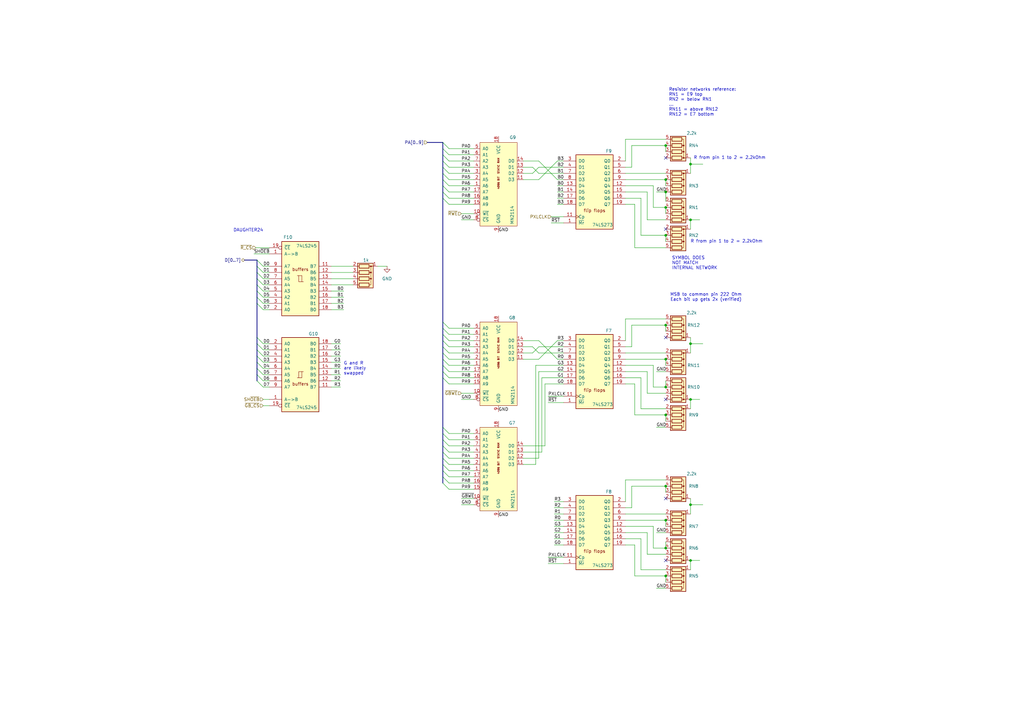
<source format=kicad_sch>
(kicad_sch (version 20231120) (generator "eeschema") (generator_version "8.0")
  (paper "A3")
  (title_block (title "Color Palette") (date "2024-10-12") (company "JOTEGO") (comment 1 "Jose Tejada"))
  (lib_symbols
    (symbol "Device:R_Network04" (pin_names (offset 0) hide)
      (property "Reference" "RN" (at -7.62 0 90))
      (property "Value" "R_Network04" (at 5.08 0 90))
      (symbol "R_Network04_0_1"
        (rectangle (start -6.35 -3.175) (end 3.81 3.175) (stroke (width 0.254)) (fill (type background)))
        (rectangle (start -5.842 1.524) (end -4.318 -2.54) (stroke (width 0.254)))
        (circle (center -5.08 2.286) (radius 0.254) (fill (type outline)))
        (rectangle (start -3.302 1.524) (end -1.778 -2.54) (stroke (width 0.254)))
        (circle (center -2.54 2.286) (radius 0.254) (fill (type outline)))
        (rectangle (start -0.762 1.524) (end 0.762 -2.54) (stroke (width 0.254)))
        (polyline (pts (xy -5.08 -2.54) (xy -5.08 -3.81)))
        (polyline (pts (xy -2.54 -2.54) (xy -2.54 -3.81)))
        (polyline (pts (xy 0 -2.54) (xy 0 -3.81)))
        (polyline (pts (xy 2.54 -2.54) (xy 2.54 -3.81)))
        (polyline (pts (xy -5.08 1.524) (xy -5.08 2.286) (xy -2.54 2.286) (xy -2.54 1.524)))
        (polyline (pts (xy -2.54 1.524) (xy -2.54 2.286) (xy 0 2.286) (xy 0 1.524)))
        (polyline (pts (xy 0 1.524) (xy 0 2.286) (xy 2.54 2.286) (xy 2.54 1.524)))
        (circle (center 0 2.286) (radius 0.254) (fill (type outline)))
        (rectangle (start 1.778 1.524) (end 3.302 -2.54) (stroke (width 0.254)))
      )
      (symbol "R_Network04_1_1"
        (pin passive line (at -5.08 5.08 270) (length 2.54) (name "common") (number "1"))
        (pin passive line (at -5.08 -5.08 90) (length 1.27) (name "R1") (number "2"))
        (pin passive line (at -2.54 -5.08 90) (length 1.27) (name "R2") (number "3"))
        (pin passive line (at 0 -5.08 90) (length 1.27) (name "R3") (number "4"))
        (pin passive line (at 2.54 -5.08 90) (length 1.27) (name "R4") (number "5"))
      )
    )
    (symbol "arcade:MN2114" (pin_names (offset 1.016))
      (property "Reference" "U" (at 6.858 12.7 0))
      (property "Value" "MN2114" (at 2.286 -12.7 0))
      (symbol "MN2114_0_1"
        (rectangle (start -7.62 11.43) (end 7.62 -22.86) (fill (type background)))
      )
      (symbol "MN2114_1_0"
        (text "4096 BIT  STATIC RAM" (at 0 -1.27 900) (effects (font (size 0.762 0.762))))
      )
      (symbol "MN2114_1_1"
        (pin input line (at -10.16 -6.35 0) (length 2.54) (name "A6") (number "1"))
        (pin input inverted (at -10.16 -17.78 0) (length 2.54) (name "~{WE}") (number "10"))
        (pin bidirectional line (at 10.16 -3.81 180) (length 2.54) (name "D3") (number "11"))
        (pin bidirectional line (at 10.16 -1.27 180) (length 2.54) (name "D2") (number "12"))
        (pin bidirectional line (at 10.16 1.27 180) (length 2.54) (name "D1") (number "13"))
        (pin bidirectional line (at 10.16 3.81 180) (length 2.54) (name "D0") (number "14"))
        (pin input line (at -10.16 -13.97 0) (length 2.54) (name "A9") (number "15"))
        (pin input line (at -10.16 -11.43 0) (length 2.54) (name "A8") (number "16"))
        (pin input line (at -10.16 -8.89 0) (length 2.54) (name "A7") (number "17"))
        (pin power_in line (at 0 13.97 270) (length 2.54) (name "VCC") (number "18"))
        (pin input line (at -10.16 -3.81 0) (length 2.54) (name "A5") (number "2"))
        (pin input line (at -10.16 -1.27 0) (length 2.54) (name "A4") (number "3"))
        (pin input line (at -10.16 1.27 0) (length 2.54) (name "A3") (number "4"))
        (pin input line (at -10.16 8.89 0) (length 2.54) (name "A0") (number "5"))
        (pin input line (at -10.16 6.35 0) (length 2.54) (name "A1") (number "6"))
        (pin input line (at -10.16 3.81 0) (length 2.54) (name "A2") (number "7"))
        (pin input inverted (at -10.16 -20.32 0) (length 2.54) (name "~{CS}") (number "8"))
        (pin power_in line (at 0 -25.4 90) (length 2.54) (name "GND") (number "9"))
      )
    )
    (symbol "jt74:74LS245" (pin_names (offset 1.016))
      (property "Reference" "U" (at -7.62 16.51 0))
      (property "Value" "74LS245" (at 2.54 -13.97 0))
      (symbol "74LS245_0_0"
        (text "buffers" (at 0 -3.81 0) (effects (font (size 1.27 1.27))))
      )
      (symbol "74LS245_1_0"
        (polyline (pts (xy -0.635 -1.27) (xy -0.635 1.27) (xy 0.635 1.27)))
        (polyline (pts (xy -1.27 -1.27) (xy 0.635 -1.27) (xy 0.635 1.27) (xy 1.27 1.27)))
        (pin input line (at -12.7 -10.16 0) (length 5.08) (name "A->B") (number "1"))
        (pin tri_state line (at 12.7 -5.08 180) (length 5.08) (name "B7") (number "11"))
        (pin tri_state line (at 12.7 -2.54 180) (length 5.08) (name "B6") (number "12"))
        (pin tri_state line (at 12.7 0 180) (length 5.08) (name "B5") (number "13"))
        (pin tri_state line (at 12.7 2.54 180) (length 5.08) (name "B4") (number "14"))
        (pin tri_state line (at 12.7 5.08 180) (length 5.08) (name "B3") (number "15"))
        (pin tri_state line (at 12.7 7.62 180) (length 5.08) (name "B2") (number "16"))
        (pin tri_state line (at 12.7 10.16 180) (length 5.08) (name "B1") (number "17"))
        (pin tri_state line (at 12.7 12.7 180) (length 5.08) (name "B0") (number "18"))
        (pin input inverted (at -12.7 -12.7 0) (length 5.08) (name "~{CE}") (number "19"))
        (pin tri_state line (at -12.7 12.7 0) (length 5.08) (name "A0") (number "2"))
        (pin tri_state line (at -12.7 10.16 0) (length 5.08) (name "A1") (number "3"))
        (pin tri_state line (at -12.7 7.62 0) (length 5.08) (name "A2") (number "4"))
        (pin tri_state line (at -12.7 5.08 0) (length 5.08) (name "A3") (number "5"))
        (pin tri_state line (at -12.7 2.54 0) (length 5.08) (name "A4") (number "6"))
        (pin tri_state line (at -12.7 0 0) (length 5.08) (name "A5") (number "7"))
        (pin tri_state line (at -12.7 -2.54 0) (length 5.08) (name "A6") (number "8"))
        (pin tri_state line (at -12.7 -5.08 0) (length 5.08) (name "A7") (number "9"))
      )
      (symbol "74LS245_1_1"
        (rectangle (start -7.62 15.24) (end 7.62 -15.24) (stroke (width 0.254)) (fill (type background)))
      )
    )
    (symbol "jt74:74LS273" (pin_names (offset 1.016))
      (property "Reference" "U" (at 0 2.54 0))
      (property "Value" "74LS273" (at 2.54 -13.97 0))
      (symbol "74LS273_0_0"
        (text "flip flops" (at 0 -7.62 0) (effects (font (size 1.27 1.27))))
      )
      (symbol "74LS273_1_0"
        (pin input line (at -12.7 -12.7 0) (length 5.08) (name "~{Mr}") (number "1"))
        (pin input clock (at -12.7 -10.16 0) (length 5.08) (name "Cp") (number "11"))
        (pin output line (at 12.7 2.54 180) (length 5.08) (name "Q4") (number "12"))
        (pin input line (at -12.7 2.54 0) (length 5.08) (name "D4") (number "13"))
        (pin input line (at -12.7 0 0) (length 5.08) (name "D5") (number "14"))
        (pin output line (at 12.7 0 180) (length 5.08) (name "Q5") (number "15"))
        (pin output line (at 12.7 -2.54 180) (length 5.08) (name "Q6") (number "16"))
        (pin input line (at -12.7 -2.54 0) (length 5.08) (name "D6") (number "17"))
        (pin input line (at -12.7 -5.08 0) (length 5.08) (name "D7") (number "18"))
        (pin output line (at 12.7 -5.08 180) (length 5.08) (name "Q7") (number "19"))
        (pin output line (at 12.7 12.7 180) (length 5.08) (name "Q0") (number "2"))
        (pin input line (at -12.7 12.7 0) (length 5.08) (name "D0") (number "3"))
        (pin input line (at -12.7 10.16 0) (length 5.08) (name "D1") (number "4"))
        (pin output line (at 12.7 10.16 180) (length 5.08) (name "Q1") (number "5"))
        (pin output line (at 12.7 7.62 180) (length 5.08) (name "Q2") (number "6"))
        (pin input line (at -12.7 7.62 0) (length 5.08) (name "D2") (number "7"))
        (pin input line (at -12.7 5.08 0) (length 5.08) (name "D3") (number "8"))
        (pin output line (at 12.7 5.08 180) (length 5.08) (name "Q3") (number "9"))
      )
      (symbol "74LS273_1_1"
        (rectangle (start -7.62 15.24) (end 7.62 -15.24) (stroke (width 0.254)) (fill (type background)))
      )
    )
    (symbol "power:GND" (power) (pin_numbers hide) (pin_names (offset 0) hide)
      (property "Value" "GND" (at 0 -3.81 0))
      (symbol "GND_0_1"
        (polyline (pts (xy 0 0) (xy 0 -1.27) (xy 1.27 -1.27) (xy 0 -2.54) (xy -1.27 -1.27) (xy 0 -1.27)))
      )
      (symbol "GND_1_1"
        (pin power_in line (at 0 0 270) (length 0) (name "~") (number "1"))
      )
    )
  )
  (junction (at 273.05 133.35))
  (junction (at 283.21 90.17))
  (junction (at 283.21 67.31))
  (junction (at 273.05 78.74))
  (junction (at 273.05 170.18))
  (junction (at 273.05 96.52))
  (junction (at 283.21 140.97))
  (junction (at 273.05 236.22))
  (junction (at 273.05 85.09))
  (junction (at 283.21 229.87))
  (junction (at 273.05 224.79))
  (junction (at 273.05 73.66))
  (junction (at 283.21 207.01))
  (junction (at 273.05 147.32))
  (junction (at 273.05 199.39))
  (junction (at 273.05 59.69))
  (junction (at 273.05 158.75))
  (junction (at 283.21 163.83))
  (junction (at 273.05 213.36))
  (no_connect (at 273.05 229.87))
  (no_connect (at 273.05 138.43))
  (no_connect (at 273.05 163.83))
  (no_connect (at 273.05 64.77))
  (no_connect (at 273.05 93.98))
  (no_connect (at 273.05 204.47))
  (bus_entry (at 105.41 109.22) (size 2.54 2.54))
  (bus_entry (at 181.61 134.62) (size 2.54 2.54))
  (bus_entry (at 181.61 182.88) (size 2.54 2.54))
  (bus_entry (at 105.41 114.3) (size 2.54 2.54))
  (bus_entry (at 181.61 175.26) (size 2.54 2.54))
  (bus_entry (at 181.61 132.08) (size 2.54 2.54))
  (bus_entry (at 181.61 78.74) (size 2.54 2.54))
  (bus_entry (at 181.61 152.4) (size 2.54 2.54))
  (bus_entry (at 105.41 146.05) (size 2.54 2.54))
  (bus_entry (at 181.61 81.28) (size 2.54 2.54))
  (bus_entry (at 181.61 185.42) (size 2.54 2.54))
  (bus_entry (at 181.61 154.94) (size 2.54 2.54))
  (bus_entry (at 181.61 68.58) (size 2.54 2.54))
  (bus_entry (at 181.61 177.8) (size 2.54 2.54))
  (bus_entry (at 105.41 116.84) (size 2.54 2.54))
  (bus_entry (at 181.61 60.96) (size 2.54 2.54))
  (bus_entry (at 181.61 193.04) (size 2.54 2.54))
  (bus_entry (at 105.41 111.76) (size 2.54 2.54))
  (bus_entry (at 181.61 63.5) (size 2.54 2.54))
  (bus_entry (at 181.61 66.04) (size 2.54 2.54))
  (bus_entry (at 181.61 144.78) (size 2.54 2.54))
  (bus_entry (at 181.61 198.12) (size 2.54 2.54))
  (bus_entry (at 105.41 156.21) (size 2.54 2.54))
  (bus_entry (at 181.61 195.58) (size 2.54 2.54))
  (bus_entry (at 181.61 71.12) (size 2.54 2.54))
  (bus_entry (at 105.41 106.68) (size 2.54 2.54))
  (bus_entry (at 105.41 119.38) (size 2.54 2.54))
  (bus_entry (at 181.61 190.5) (size 2.54 2.54))
  (bus_entry (at 181.61 137.16) (size 2.54 2.54))
  (bus_entry (at 105.41 124.46) (size 2.54 2.54))
  (bus_entry (at 181.61 76.2) (size 2.54 2.54))
  (bus_entry (at 181.61 73.66) (size 2.54 2.54))
  (bus_entry (at 181.61 58.42) (size 2.54 2.54))
  (bus_entry (at 105.41 143.51) (size 2.54 2.54))
  (bus_entry (at 181.61 142.24) (size 2.54 2.54))
  (bus_entry (at 181.61 149.86) (size 2.54 2.54))
  (bus_entry (at 105.41 121.92) (size 2.54 2.54))
  (bus_entry (at 105.41 153.67) (size 2.54 2.54))
  (bus_entry (at 105.41 148.59) (size 2.54 2.54))
  (bus_entry (at 105.41 138.43) (size 2.54 2.54))
  (bus_entry (at 105.41 151.13) (size 2.54 2.54))
  (bus_entry (at 181.61 139.7) (size 2.54 2.54))
  (bus_entry (at 181.61 147.32) (size 2.54 2.54))
  (bus_entry (at 181.61 180.34) (size 2.54 2.54))
  (bus_entry (at 105.41 140.97) (size 2.54 2.54))
  (bus_entry (at 181.61 187.96) (size 2.54 2.54))
  (wire (pts (xy 214.63 147.32) (xy 220.98 147.32)))
  (wire (pts (xy 262.89 96.52) (xy 273.05 96.52)))
  (wire (pts (xy 256.54 210.82) (xy 273.05 210.82)))
  (bus (pts (xy 175.26 58.42) (xy 181.61 58.42)))
  (wire (pts (xy 135.89 151.13) (xy 139.7 151.13)))
  (wire (pts (xy 184.15 144.78) (xy 194.31 144.78)))
  (wire (pts (xy 144.78 111.76) (xy 135.89 111.76)))
  (bus (pts (xy 105.41 116.84) (xy 105.41 114.3)))
  (wire (pts (xy 260.35 157.48) (xy 260.35 170.18)))
  (wire (pts (xy 228.6 66.04) (xy 231.14 66.04)))
  (bus (pts (xy 181.61 66.04) (xy 181.61 68.58)))
  (wire (pts (xy 227.33 215.9) (xy 231.14 215.9)))
  (wire (pts (xy 256.54 215.9) (xy 267.97 215.9)))
  (wire (pts (xy 107.95 127) (xy 110.49 127)))
  (wire (pts (xy 222.25 185.42) (xy 214.63 185.42)))
  (wire (pts (xy 220.98 187.96) (xy 220.98 152.4)))
  (bus (pts (xy 181.61 193.04) (xy 181.61 190.5)))
  (bus (pts (xy 181.61 60.96) (xy 181.61 63.5)))
  (wire (pts (xy 259.08 199.39) (xy 273.05 199.39)))
  (wire (pts (xy 260.35 101.6) (xy 273.05 101.6)))
  (wire (pts (xy 220.98 66.04) (xy 228.6 73.66)))
  (wire (pts (xy 222.25 154.94) (xy 222.25 185.42)))
  (wire (pts (xy 107.95 114.3) (xy 110.49 114.3)))
  (wire (pts (xy 224.79 165.1) (xy 231.14 165.1)))
  (wire (pts (xy 184.15 152.4) (xy 194.31 152.4)))
  (wire (pts (xy 184.15 198.12) (xy 194.31 198.12)))
  (wire (pts (xy 189.23 163.83) (xy 194.31 163.83)))
  (bus (pts (xy 181.61 182.88) (xy 181.61 180.34)))
  (wire (pts (xy 283.21 90.17) (xy 287.02 90.17)))
  (wire (pts (xy 283.21 90.17) (xy 283.21 93.98)))
  (wire (pts (xy 218.44 68.58) (xy 220.98 71.12)))
  (wire (pts (xy 184.15 190.5) (xy 194.31 190.5)))
  (wire (pts (xy 184.15 83.82) (xy 194.31 83.82)))
  (wire (pts (xy 224.79 162.56) (xy 231.14 162.56)))
  (wire (pts (xy 220.98 68.58) (xy 231.14 68.58)))
  (wire (pts (xy 273.05 59.69) (xy 273.05 62.23)))
  (wire (pts (xy 220.98 73.66) (xy 228.6 66.04)))
  (bus (pts (xy 181.61 144.78) (xy 181.61 142.24)))
  (bus (pts (xy 181.61 73.66) (xy 181.61 76.2)))
  (wire (pts (xy 184.15 200.66) (xy 194.31 200.66)))
  (wire (pts (xy 273.05 85.09) (xy 273.05 87.63)))
  (wire (pts (xy 107.95 109.22) (xy 110.49 109.22)))
  (bus (pts (xy 105.41 156.21) (xy 105.41 153.67)))
  (wire (pts (xy 283.21 140.97) (xy 283.21 144.78)))
  (wire (pts (xy 104.14 104.14) (xy 110.49 104.14)))
  (wire (pts (xy 283.21 67.31) (xy 283.21 71.12)))
  (bus (pts (xy 181.61 142.24) (xy 181.61 139.7)))
  (bus (pts (xy 181.61 78.74) (xy 181.61 81.28)))
  (wire (pts (xy 283.21 207.01) (xy 288.29 207.01)))
  (wire (pts (xy 256.54 142.24) (xy 259.08 142.24)))
  (bus (pts (xy 181.61 187.96) (xy 181.61 185.42)))
  (wire (pts (xy 144.78 114.3) (xy 135.89 114.3)))
  (wire (pts (xy 224.79 231.14) (xy 231.14 231.14)))
  (wire (pts (xy 259.08 133.35) (xy 273.05 133.35)))
  (bus (pts (xy 181.61 147.32) (xy 181.61 144.78)))
  (wire (pts (xy 262.89 167.64) (xy 273.05 167.64)))
  (wire (pts (xy 224.79 228.6) (xy 231.14 228.6)))
  (wire (pts (xy 256.54 81.28) (xy 262.89 81.28)))
  (wire (pts (xy 184.15 139.7) (xy 194.31 139.7)))
  (wire (pts (xy 220.98 71.12) (xy 231.14 71.12)))
  (wire (pts (xy 107.95 153.67) (xy 110.49 153.67)))
  (wire (pts (xy 228.6 78.74) (xy 231.14 78.74)))
  (wire (pts (xy 184.15 154.94) (xy 194.31 154.94)))
  (wire (pts (xy 256.54 220.98) (xy 262.89 220.98)))
  (wire (pts (xy 227.33 223.52) (xy 231.14 223.52)))
  (wire (pts (xy 256.54 66.04) (xy 256.54 57.15)))
  (bus (pts (xy 105.41 151.13) (xy 105.41 148.59)))
  (bus (pts (xy 105.41 121.92) (xy 105.41 119.38)))
  (wire (pts (xy 256.54 83.82) (xy 260.35 83.82)))
  (bus (pts (xy 181.61 76.2) (xy 181.61 78.74)))
  (bus (pts (xy 181.61 180.34) (xy 181.61 177.8)))
  (wire (pts (xy 184.15 134.62) (xy 194.31 134.62)))
  (wire (pts (xy 260.35 236.22) (xy 273.05 236.22)))
  (bus (pts (xy 181.61 63.5) (xy 181.61 66.04)))
  (bus (pts (xy 181.61 154.94) (xy 181.61 152.4)))
  (wire (pts (xy 269.24 175.26) (xy 273.05 175.26)))
  (wire (pts (xy 269.24 152.4) (xy 273.05 152.4)))
  (wire (pts (xy 107.95 166.37) (xy 110.49 166.37)))
  (wire (pts (xy 226.06 91.44) (xy 231.14 91.44)))
  (wire (pts (xy 135.89 140.97) (xy 139.7 140.97)))
  (wire (pts (xy 220.98 152.4) (xy 231.14 152.4)))
  (wire (pts (xy 184.15 78.74) (xy 194.31 78.74)))
  (bus (pts (xy 105.41 148.59) (xy 105.41 146.05)))
  (wire (pts (xy 265.43 227.33) (xy 273.05 227.33)))
  (wire (pts (xy 220.98 147.32) (xy 228.6 139.7)))
  (wire (pts (xy 283.21 163.83) (xy 283.21 167.64)))
  (wire (pts (xy 107.95 148.59) (xy 110.49 148.59)))
  (wire (pts (xy 219.71 190.5) (xy 219.71 149.86)))
  (bus (pts (xy 181.61 137.16) (xy 181.61 134.62)))
  (wire (pts (xy 227.33 213.36) (xy 231.14 213.36)))
  (wire (pts (xy 267.97 85.09) (xy 273.05 85.09)))
  (wire (pts (xy 184.15 76.2) (xy 194.31 76.2)))
  (wire (pts (xy 184.15 71.12) (xy 194.31 71.12)))
  (wire (pts (xy 273.05 170.18) (xy 273.05 172.72)))
  (wire (pts (xy 256.54 149.86) (xy 267.97 149.86)))
  (wire (pts (xy 228.6 83.82) (xy 231.14 83.82)))
  (wire (pts (xy 184.15 195.58) (xy 194.31 195.58)))
  (wire (pts (xy 223.52 157.48) (xy 231.14 157.48)))
  (wire (pts (xy 218.44 71.12) (xy 220.98 68.58)))
  (wire (pts (xy 267.97 76.2) (xy 267.97 85.09)))
  (wire (pts (xy 256.54 144.78) (xy 273.05 144.78)))
  (wire (pts (xy 214.63 68.58) (xy 218.44 68.58)))
  (bus (pts (xy 181.61 58.42) (xy 181.61 60.96)))
  (wire (pts (xy 184.15 60.96) (xy 194.31 60.96)))
  (wire (pts (xy 107.95 156.21) (xy 110.49 156.21)))
  (wire (pts (xy 226.06 88.9) (xy 231.14 88.9)))
  (wire (pts (xy 214.63 73.66) (xy 220.98 73.66)))
  (wire (pts (xy 107.95 158.75) (xy 110.49 158.75)))
  (wire (pts (xy 273.05 96.52) (xy 273.05 99.06)))
  (wire (pts (xy 184.15 180.34) (xy 194.31 180.34)))
  (wire (pts (xy 107.95 151.13) (xy 110.49 151.13)))
  (bus (pts (xy 181.61 175.26) (xy 181.61 154.94)))
  (wire (pts (xy 227.33 208.28) (xy 231.14 208.28)))
  (wire (pts (xy 184.15 187.96) (xy 194.31 187.96)))
  (wire (pts (xy 227.33 218.44) (xy 231.14 218.44)))
  (wire (pts (xy 262.89 81.28) (xy 262.89 96.52)))
  (wire (pts (xy 256.54 68.58) (xy 259.08 68.58)))
  (wire (pts (xy 214.63 71.12) (xy 218.44 71.12)))
  (wire (pts (xy 144.78 116.84) (xy 135.89 116.84)))
  (wire (pts (xy 184.15 63.5) (xy 194.31 63.5)))
  (wire (pts (xy 273.05 73.66) (xy 273.05 76.2)))
  (wire (pts (xy 140.97 121.92) (xy 135.89 121.92)))
  (wire (pts (xy 135.89 153.67) (xy 139.7 153.67)))
  (wire (pts (xy 269.24 78.74) (xy 273.05 78.74)))
  (wire (pts (xy 265.43 161.29) (xy 273.05 161.29)))
  (wire (pts (xy 256.54 218.44) (xy 265.43 218.44)))
  (wire (pts (xy 135.89 148.59) (xy 139.7 148.59)))
  (wire (pts (xy 184.15 81.28) (xy 194.31 81.28)))
  (wire (pts (xy 265.43 90.17) (xy 273.05 90.17)))
  (wire (pts (xy 107.95 124.46) (xy 110.49 124.46)))
  (wire (pts (xy 107.95 111.76) (xy 110.49 111.76)))
  (bus (pts (xy 105.41 109.22) (xy 105.41 106.68)))
  (wire (pts (xy 256.54 196.85) (xy 273.05 196.85)))
  (wire (pts (xy 158.75 109.22) (xy 154.94 109.22)))
  (wire (pts (xy 256.54 78.74) (xy 265.43 78.74)))
  (wire (pts (xy 107.95 116.84) (xy 110.49 116.84)))
  (wire (pts (xy 107.95 146.05) (xy 110.49 146.05)))
  (wire (pts (xy 265.43 218.44) (xy 265.43 227.33)))
  (bus (pts (xy 181.61 139.7) (xy 181.61 137.16)))
  (wire (pts (xy 220.98 144.78) (xy 231.14 144.78)))
  (wire (pts (xy 140.97 127) (xy 135.89 127)))
  (wire (pts (xy 256.54 154.94) (xy 262.89 154.94)))
  (bus (pts (xy 181.61 152.4) (xy 181.61 149.86)))
  (wire (pts (xy 107.95 140.97) (xy 110.49 140.97)))
  (wire (pts (xy 140.97 119.38) (xy 135.89 119.38)))
  (wire (pts (xy 256.54 76.2) (xy 267.97 76.2)))
  (bus (pts (xy 181.61 190.5) (xy 181.61 187.96)))
  (bus (pts (xy 105.41 140.97) (xy 105.41 138.43)))
  (wire (pts (xy 259.08 142.24) (xy 259.08 133.35)))
  (wire (pts (xy 256.54 57.15) (xy 273.05 57.15)))
  (wire (pts (xy 260.35 170.18) (xy 273.05 170.18)))
  (wire (pts (xy 107.95 143.51) (xy 110.49 143.51)))
  (wire (pts (xy 273.05 156.21) (xy 273.05 158.75)))
  (wire (pts (xy 184.15 182.88) (xy 194.31 182.88)))
  (wire (pts (xy 184.15 185.42) (xy 194.31 185.42)))
  (wire (pts (xy 219.71 149.86) (xy 231.14 149.86)))
  (wire (pts (xy 267.97 215.9) (xy 267.97 224.79)))
  (wire (pts (xy 214.63 187.96) (xy 220.98 187.96)))
  (wire (pts (xy 107.95 119.38) (xy 110.49 119.38)))
  (wire (pts (xy 184.15 68.58) (xy 194.31 68.58)))
  (wire (pts (xy 283.21 140.97) (xy 288.29 140.97)))
  (bus (pts (xy 181.61 68.58) (xy 181.61 71.12)))
  (wire (pts (xy 267.97 224.79) (xy 273.05 224.79)))
  (wire (pts (xy 214.63 182.88) (xy 223.52 182.88)))
  (wire (pts (xy 283.21 67.31) (xy 288.29 67.31)))
  (wire (pts (xy 256.54 152.4) (xy 265.43 152.4)))
  (wire (pts (xy 256.54 205.74) (xy 256.54 196.85)))
  (wire (pts (xy 104.902 101.6) (xy 110.49 101.6)))
  (bus (pts (xy 181.61 198.12) (xy 181.61 195.58)))
  (bus (pts (xy 105.41 153.67) (xy 105.41 151.13)))
  (wire (pts (xy 228.6 81.28) (xy 231.14 81.28)))
  (wire (pts (xy 283.21 204.47) (xy 283.21 207.01)))
  (wire (pts (xy 259.08 68.58) (xy 259.08 59.69)))
  (wire (pts (xy 273.05 147.32) (xy 273.05 149.86)))
  (bus (pts (xy 181.61 134.62) (xy 181.61 132.08)))
  (wire (pts (xy 259.08 208.28) (xy 259.08 199.39)))
  (bus (pts (xy 105.41 114.3) (xy 105.41 111.76)))
  (bus (pts (xy 181.61 71.12) (xy 181.61 73.66)))
  (wire (pts (xy 184.15 73.66) (xy 194.31 73.66)))
  (bus (pts (xy 100.33 106.68) (xy 105.41 106.68)))
  (wire (pts (xy 135.89 158.75) (xy 139.7 158.75)))
  (wire (pts (xy 184.15 177.8) (xy 194.31 177.8)))
  (wire (pts (xy 256.54 208.28) (xy 259.08 208.28)))
  (bus (pts (xy 181.61 195.58) (xy 181.61 193.04)))
  (wire (pts (xy 265.43 152.4) (xy 265.43 161.29)))
  (wire (pts (xy 227.33 210.82) (xy 231.14 210.82)))
  (wire (pts (xy 283.21 64.77) (xy 283.21 67.31)))
  (wire (pts (xy 273.05 213.36) (xy 273.05 215.9)))
  (wire (pts (xy 256.54 130.81) (xy 273.05 130.81)))
  (wire (pts (xy 135.89 143.51) (xy 139.7 143.51)))
  (wire (pts (xy 135.89 156.21) (xy 139.7 156.21)))
  (wire (pts (xy 228.6 147.32) (xy 231.14 147.32)))
  (wire (pts (xy 107.95 163.83) (xy 110.49 163.83)))
  (wire (pts (xy 228.6 73.66) (xy 231.14 73.66)))
  (wire (pts (xy 222.25 154.94) (xy 231.14 154.94)))
  (wire (pts (xy 256.54 73.66) (xy 273.05 73.66)))
  (wire (pts (xy 262.89 154.94) (xy 262.89 167.64)))
  (bus (pts (xy 105.41 124.46) (xy 105.41 138.43)))
  (wire (pts (xy 223.52 182.88) (xy 223.52 157.48)))
  (wire (pts (xy 227.33 220.98) (xy 231.14 220.98)))
  (wire (pts (xy 184.15 142.24) (xy 194.31 142.24)))
  (wire (pts (xy 189.23 161.29) (xy 194.31 161.29)))
  (wire (pts (xy 228.6 139.7) (xy 231.14 139.7)))
  (wire (pts (xy 189.23 204.47) (xy 194.31 204.47)))
  (wire (pts (xy 214.63 142.24) (xy 218.44 142.24)))
  (wire (pts (xy 283.21 138.43) (xy 283.21 140.97)))
  (bus (pts (xy 105.41 146.05) (xy 105.41 143.51)))
  (wire (pts (xy 273.05 236.22) (xy 273.05 238.76)))
  (wire (pts (xy 256.54 213.36) (xy 273.05 213.36)))
  (bus (pts (xy 105.41 111.76) (xy 105.41 109.22)))
  (wire (pts (xy 107.95 121.92) (xy 110.49 121.92)))
  (bus (pts (xy 105.41 119.38) (xy 105.41 116.84)))
  (wire (pts (xy 267.97 149.86) (xy 267.97 158.75)))
  (wire (pts (xy 189.23 207.01) (xy 194.31 207.01)))
  (wire (pts (xy 227.33 205.74) (xy 231.14 205.74)))
  (wire (pts (xy 184.15 147.32) (xy 194.31 147.32)))
  (wire (pts (xy 273.05 133.35) (xy 273.05 135.89)))
  (wire (pts (xy 220.98 139.7) (xy 228.6 147.32)))
  (wire (pts (xy 218.44 142.24) (xy 220.98 144.78)))
  (wire (pts (xy 184.15 66.04) (xy 194.31 66.04)))
  (wire (pts (xy 189.23 90.17) (xy 194.31 90.17)))
  (wire (pts (xy 184.15 193.04) (xy 194.31 193.04)))
  (wire (pts (xy 273.05 199.39) (xy 273.05 201.93)))
  (wire (pts (xy 273.05 222.25) (xy 273.05 224.79)))
  (wire (pts (xy 283.21 207.01) (xy 283.21 210.82)))
  (wire (pts (xy 214.63 144.78) (xy 218.44 144.78)))
  (wire (pts (xy 256.54 71.12) (xy 273.05 71.12)))
  (wire (pts (xy 265.43 78.74) (xy 265.43 90.17)))
  (wire (pts (xy 144.78 109.22) (xy 135.89 109.22)))
  (wire (pts (xy 184.15 149.86) (xy 194.31 149.86)))
  (bus (pts (xy 181.61 149.86) (xy 181.61 147.32)))
  (wire (pts (xy 269.24 241.3) (xy 273.05 241.3)))
  (wire (pts (xy 220.98 142.24) (xy 231.14 142.24)))
  (bus (pts (xy 181.61 185.42) (xy 181.61 182.88)))
  (bus (pts (xy 105.41 143.51) (xy 105.41 140.97)))
  (wire (pts (xy 262.89 233.68) (xy 273.05 233.68)))
  (wire (pts (xy 267.97 158.75) (xy 273.05 158.75)))
  (wire (pts (xy 283.21 229.87) (xy 283.21 233.68)))
  (bus (pts (xy 105.41 124.46) (xy 105.41 121.92)))
  (wire (pts (xy 228.6 76.2) (xy 231.14 76.2)))
  (bus (pts (xy 181.61 177.8) (xy 181.61 175.26)))
  (wire (pts (xy 135.89 146.05) (xy 139.7 146.05)))
  (wire (pts (xy 256.54 147.32) (xy 273.05 147.32)))
  (wire (pts (xy 283.21 229.87) (xy 287.02 229.87)))
  (wire (pts (xy 256.54 223.52) (xy 260.35 223.52)))
  (wire (pts (xy 140.97 124.46) (xy 135.89 124.46)))
  (wire (pts (xy 283.21 163.83) (xy 287.02 163.83)))
  (wire (pts (xy 256.54 157.48) (xy 260.35 157.48)))
  (wire (pts (xy 184.15 137.16) (xy 194.31 137.16)))
  (wire (pts (xy 273.05 78.74) (xy 273.05 82.55)))
  (wire (pts (xy 260.35 223.52) (xy 260.35 236.22)))
  (wire (pts (xy 218.44 144.78) (xy 220.98 142.24)))
  (wire (pts (xy 259.08 59.69) (xy 273.05 59.69)))
  (wire (pts (xy 184.15 157.48) (xy 194.31 157.48)))
  (wire (pts (xy 260.35 83.82) (xy 260.35 101.6)))
  (wire (pts (xy 269.24 218.44) (xy 273.05 218.44)))
  (wire (pts (xy 189.23 87.63) (xy 194.31 87.63)))
  (bus (pts (xy 181.61 81.28) (xy 181.61 132.08)))
  (wire (pts (xy 256.54 139.7) (xy 256.54 130.81)))
  (wire (pts (xy 214.63 139.7) (xy 220.98 139.7)))
  (wire (pts (xy 262.89 220.98) (xy 262.89 233.68)))
  (wire (pts (xy 214.63 66.04) (xy 220.98 66.04)))
  (wire (pts (xy 214.63 190.5) (xy 219.71 190.5)))
  (text "G and R\nare likely \nswapped" (at 140.97 151.13 0) (effects (font (size 1.27 1.27)) (justify left)))
  (text "MSB to common pin 222 Ohm\nEach bit up gets 2x (verified)" (at 289.56 121.92 0) (effects (font (size 1.27 1.27))))
  (text "R from pin 1 to 2 = 2.2kOhm" (at 283.21 99.06 0) (effects (font (size 1.27 1.27)) (justify left)))
  (text "DAUGHTER24" (at 101.854 94.488 0) (effects (font (size 1.27 1.27))))
  (text "Resistor networks reference:\nRN1 = E9 top\nRN2 = below RN1\n...\nRN11 = above RN12\nRN12 = E7 bottom" (at 274.32 41.91 0) (effects (font (size 1.27 1.27)) (justify left)))
  (text "R from pin 1 to 2 = 2.2kOhm" (at 284.48 64.77 0) (effects (font (size 1.27 1.27)) (justify left)))
  (text "SYMBOL DOES\nNOT MATCH\nINTERNAL NETWORK\n" (at 275.59 107.95 0) (effects (font (size 1.27 1.27)) (justify left)))
  (label "PA4" (at 189.23 71.12 0))
  (label "B2" (at 228.6 68.58 0))
  (label "PA7" (at 189.23 152.4 0))
  (label "~{RST}" (at 226.06 91.44 0))
  (label "G0" (at 228.6 157.48 0))
  (label "PA5" (at 189.23 73.66 0))
  (label "GND" (at 269.24 175.26 0))
  (label "B1" (at 228.6 71.12 0))
  (label "GND" (at 269.24 218.44 0))
  (label "B0" (at 228.6 76.2 0))
  (label "GND" (at 189.23 207.01 0))
  (label "PA4" (at 189.23 144.78 0))
  (label "~{GBWE}" (at 189.23 204.47 0))
  (label "D3" (at 107.95 148.59 0))
  (label "PA3" (at 189.23 142.24 0))
  (label "G0" (at 139.7 140.97 180))
  (label "GND" (at 204.47 95.25 0))
  (label "R2" (at 139.7 156.21 180))
  (label "PA8" (at 189.23 154.94 0))
  (label "D4" (at 107.95 151.13 0))
  (label "~{RST}" (at 224.79 165.1 0))
  (label "D0" (at 107.95 109.22 0))
  (label "PA0" (at 189.23 60.96 0))
  (label "PA9" (at 189.23 157.48 0))
  (label "PA6" (at 189.23 76.2 0))
  (label "GND" (at 269.24 78.74 0))
  (label "R0" (at 228.6 147.32 0))
  (label "GND" (at 269.24 241.3 0))
  (label "PA4" (at 189.23 187.96 0))
  (label "GND" (at 189.23 90.17 0))
  (label "PA0" (at 189.23 134.62 0))
  (label "PA6" (at 189.23 149.86 0))
  (label "PXLCLK" (at 224.79 228.6 0))
  (label "D2" (at 107.95 146.05 0))
  (label "R0" (at 139.7 151.13 180))
  (label "SH~{OEB}" (at 104.14 104.14 0))
  (label "R1" (at 227.33 210.82 0))
  (label "B1" (at 228.6 78.74 0))
  (label "PA5" (at 189.23 190.5 0))
  (label "B2" (at 228.6 81.28 0))
  (label "PA2" (at 189.23 66.04 0))
  (label "G1" (at 227.33 220.98 0))
  (label "PA6" (at 189.23 193.04 0))
  (label "PA7" (at 189.23 195.58 0))
  (label "D5" (at 107.95 153.67 0))
  (label "PA9" (at 189.23 83.82 0))
  (label "D7" (at 107.95 158.75 0))
  (label "R0" (at 227.33 213.36 0))
  (label "B3" (at 228.6 83.82 0))
  (label "R1" (at 139.7 153.67 180))
  (label "PA2" (at 189.23 182.88 0))
  (label "PA1" (at 189.23 63.5 0))
  (label "G1" (at 139.7 143.51 180))
  (label "~{RST}" (at 224.79 231.14 0))
  (label "R1" (at 228.6 144.78 0))
  (label "G2" (at 228.6 152.4 0))
  (label "PA1" (at 189.23 180.34 0))
  (label "D2" (at 107.95 114.3 0))
  (label "R3" (at 139.7 158.75 180))
  (label "B3" (at 228.6 66.04 0))
  (label "G3" (at 227.33 215.9 0))
  (label "PA8" (at 189.23 198.12 0))
  (label "D0" (at 107.95 140.97 0))
  (label "B3" (at 140.97 127 180))
  (label "R2" (at 227.33 208.28 0))
  (label "D1" (at 107.95 143.51 0))
  (label "G0" (at 227.33 223.52 0))
  (label "B0" (at 140.97 119.38 180))
  (label "PA2" (at 189.23 139.7 0))
  (label "GND" (at 189.23 163.83 0))
  (label "PA3" (at 189.23 185.42 0))
  (label "GND" (at 269.24 152.4 0))
  (label "G3" (at 228.6 149.86 0))
  (label "R2" (at 228.6 142.24 0))
  (label "B2" (at 140.97 124.46 180))
  (label "PA3" (at 189.23 68.58 0))
  (label "PA0" (at 189.23 177.8 0))
  (label "PA9" (at 189.23 200.66 0))
  (label "GND" (at 204.47 212.09 0))
  (label "D6" (at 107.95 124.46 0))
  (label "PA8" (at 189.23 81.28 0))
  (label "G2" (at 139.7 146.05 180))
  (label "G1" (at 228.6 154.94 0))
  (label "PXLCLK" (at 224.79 162.56 0))
  (label "D4" (at 107.95 119.38 0))
  (label "R3" (at 227.33 205.74 0))
  (label "PA1" (at 189.23 137.16 0))
  (label "PA7" (at 189.23 78.74 0))
  (label "B1" (at 140.97 121.92 180))
  (label "R3" (at 228.6 139.7 0))
  (label "PA5" (at 189.23 147.32 0))
  (label "D1" (at 107.95 111.76 0))
  (label "G3" (at 139.7 148.59 180))
  (label "D5" (at 107.95 121.92 0))
  (label "GND" (at 204.47 168.91 0))
  (label "D6" (at 107.95 156.21 0))
  (label "G2" (at 227.33 218.44 0))
  (label "D7" (at 107.95 127 0))
  (label "D3" (at 107.95 116.84 0))
  (label "B0" (at 228.6 73.66 0))
  (hierarchical_label "D[0..7]" (shape bidirectional) (at 100.33 106.68 180))
  (hierarchical_label "~{R_CS}" (shape input) (at 104.902 101.6 180))
  (hierarchical_label "PXLCLK" (shape input) (at 226.06 88.9 180))
  (hierarchical_label "~{GB_CS}" (shape input) (at 107.95 166.37 180))
  (hierarchical_label "~{RWE}" (shape input) (at 189.23 87.63 180))
  (hierarchical_label "PA[0..9]" (shape input) (at 175.26 58.42 180))
  (hierarchical_label "~{GBWE}" (shape input) (at 189.23 161.29 180))
  (hierarchical_label "SH~{OEB}" (shape input) (at 107.95 163.83 180))
  (symbol (lib_id "jt74:74LS273") (at 243.84 78.74 0) (unit 1)
    (property "Reference" "F9" (at 249.682 61.976 0))
    (property "Value" "74LS273" (at 247.142 92.202 0))
    (property "Datasheet" "http://www.ti.com/lit/gpn/sn74LS273" (effects (hide yes)))
    (property "Description" "8-bit D Flip-Flop, reset" (effects (hide yes)))
  )
  (symbol (lib_id "arcade:MN2114") (at 204.47 143.51 0) (unit 1)
    (property "Reference" "G8" (at 210.058 130.302 0) (effects (font (size 1.2446 1.2446))))
    (property "Value" "MN2114" (at 210.312 162.052 90) (effects (font (size 1.2446 1.2446))))
    (property "Datasheet" "https://www.datasheet4u.com/datasheet-pdf/FairchildSemiconductor/F2114/pdf.php?id=1306381" (effects (hide yes)))
    (property "Description" "1024x4 Static RAM" (effects (hide yes)))
  )
  (symbol (lib_id "jt74:74LS245") (at 123.19 114.3 0) (mirror x) (unit 1)
    (property "Reference" "F10" (at 118.11 97.282 0))
    (property "Value" "74LS245" (at 125.73 100.838 0))
    (property "Datasheet" "http://www.ti.com/lit/gpn/sn74LS245" (effects (hide yes)))
    (property "Description" "Octal BUS Transceivers, 3-State outputs" (effects (hide yes)))
  )
  (symbol (lib_id "jt74:74LS245") (at 123.19 153.67 0) (unit 1)
    (property "Reference" "G10" (at 128.524 136.906 0))
    (property "Value" "74LS245" (at 125.73 167.132 0))
    (property "Datasheet" "http://www.ti.com/lit/gpn/sn74LS245" (effects (hide yes)))
    (property "Description" "Octal BUS Transceivers, 3-State outputs" (effects (hide yes)))
  )
  (symbol (lib_id "Device:R_Network04") (at 278.13 215.9 270) (unit 1)
    (property "Reference" "RN7" (at 284.48 215.9 90))
    (property "Value" "471" (effects (hide yes)))
    (property "Footprint" "Resistor_THT:R_Array_SIP5" (effects (hide yes)))
    (property "Datasheet" "http://www.vishay.com/docs/31509/csc.pdf" (effects (hide yes)))
    (property "Description" "4 resistor network, star topology, bussed resistors, small symbol" (effects (hide yes)))
  )
  (symbol (lib_id "jt74:74LS273") (at 243.84 152.4 0) (unit 1)
    (property "Reference" "F7" (at 249.682 135.636 0))
    (property "Value" "74LS273" (at 247.142 165.862 0))
    (property "Datasheet" "http://www.ti.com/lit/gpn/sn74LS273" (effects (hide yes)))
    (property "Description" "8-bit D Flip-Flop, reset" (effects (hide yes)))
  )
  (symbol (lib_id "Device:R_Network04") (at 149.86 114.3 270) (unit 1)
    (property "Reference" "RN3" (effects (hide yes)))
    (property "Value" "1k" (at 150.114 106.68 90))
    (property "Footprint" "Resistor_THT:R_Array_SIP5" (effects (hide yes)))
    (property "Datasheet" "http://www.vishay.com/docs/31509/csc.pdf" (effects (hide yes)))
    (property "Description" "4 resistor network, star topology, bussed resistors, small symbol" (effects (hide yes)))
  )
  (symbol (lib_id "Device:R_Network04") (at 278.13 238.76 270) (unit 1)
    (property "Reference" "RN5" (at 284.48 236.22 90))
    (property "Value" "471" (effects (hide yes)))
    (property "Footprint" "Resistor_THT:R_Array_SIP5" (effects (hide yes)))
    (property "Datasheet" "http://www.vishay.com/docs/31509/csc.pdf" (effects (hide yes)))
    (property "Description" "4 resistor network, star topology, bussed resistors, small symbol" (effects (hide yes)))
  )
  (symbol (lib_id "Device:R_Network04") (at 278.13 172.72 270) (unit 1)
    (property "Reference" "RN9" (at 284.48 170.18 90))
    (property "Value" "471" (effects (hide yes)))
    (property "Footprint" "Resistor_THT:R_Array_SIP5" (effects (hide yes)))
    (property "Datasheet" "http://www.vishay.com/docs/31509/csc.pdf" (effects (hide yes)))
    (property "Description" "4 resistor network, star topology, bussed resistors, small symbol" (effects (hide yes)))
  )
  (symbol (lib_id "Device:R_Network04") (at 278.13 158.75 270) (mirror x) (unit 1)
    (property "Reference" "RN10" (at 284.48 158.75 90))
    (property "Value" "222" (effects (hide yes)))
    (property "Footprint" "Resistor_THT:R_Array_SIP5" (effects (hide yes)))
    (property "Datasheet" "http://www.vishay.com/docs/31509/csc.pdf" (effects (hide yes)))
    (property "Description" "4 resistor network, star topology, bussed resistors, small symbol" (effects (hide yes)))
  )
  (symbol (lib_id "Device:R_Network04") (at 278.13 85.09 270) (mirror x) (unit 1)
    (property "Reference" "RN1" (at 284.48 85.09 90))
    (property "Value" "222" (effects (hide yes)))
    (property "Footprint" "Resistor_THT:R_Array_SIP5" (effects (hide yes)))
    (property "Datasheet" "http://www.vishay.com/docs/31509/csc.pdf" (effects (hide yes)))
    (property "Description" "4 resistor network, star topology, bussed resistors, small symbol" (effects (hide yes)))
  )
  (symbol (lib_id "Device:R_Network04") (at 278.13 99.06 270) (unit 1)
    (property "Reference" "RN2" (at 284.48 96.52 90))
    (property "Value" "471" (effects (hide yes)))
    (property "Footprint" "Resistor_THT:R_Array_SIP5" (effects (hide yes)))
    (property "Datasheet" "http://www.vishay.com/docs/31509/csc.pdf" (effects (hide yes)))
    (property "Description" "4 resistor network, star topology, bussed resistors, small symbol" (effects (hide yes)))
  )
  (symbol (lib_id "jt74:74LS273") (at 243.84 218.44 0) (unit 1)
    (property "Reference" "F8" (at 249.682 201.676 0))
    (property "Value" "74LS273" (at 247.142 231.902 0))
    (property "Datasheet" "http://www.ti.com/lit/gpn/sn74LS273" (effects (hide yes)))
    (property "Description" "8-bit D Flip-Flop, reset" (effects (hide yes)))
  )
  (symbol (lib_id "arcade:MN2114") (at 204.47 69.85 0) (unit 1)
    (property "Reference" "G9" (at 210.312 56.388 0) (effects (font (size 1.2446 1.2446))))
    (property "Value" "MN2114" (at 210.058 88.138 90) (effects (font (size 1.2446 1.2446))))
    (property "Datasheet" "https://www.datasheet4u.com/datasheet-pdf/FairchildSemiconductor/F2114/pdf.php?id=1306381" (effects (hide yes)))
    (property "Description" "1024x4 Static RAM" (effects (hide yes)))
  )
  (symbol (lib_id "Device:R_Network04") (at 278.13 133.35 270) (mirror x) (unit 1)
    (property "Reference" "RN12" (at 284.48 133.35 90))
    (property "Value" "2.2k" (at 283.718 128.27 90))
    (property "Footprint" "Resistor_THT:R_Array_SIP5" (effects (hide yes)))
    (property "Datasheet" "http://www.vishay.com/docs/31509/csc.pdf" (effects (hide yes)))
    (property "Description" "4 resistor network, star topology, bussed resistors, small symbol" (effects (hide yes)))
  )
  (symbol (lib_id "Device:R_Network04") (at 278.13 76.2 270) (unit 1)
    (property "Reference" "RN3" (at 284.48 76.2 90))
    (property "Value" "471" (effects (hide yes)))
    (property "Footprint" "Resistor_THT:R_Array_SIP5" (effects (hide yes)))
    (property "Datasheet" "http://www.vishay.com/docs/31509/csc.pdf" (effects (hide yes)))
    (property "Description" "4 resistor network, star topology, bussed resistors, small symbol" (effects (hide yes)))
  )
  (symbol (lib_id "Device:R_Network04") (at 278.13 149.86 270) (unit 1)
    (property "Reference" "RN11" (at 284.48 149.86 90))
    (property "Value" "471" (effects (hide yes)))
    (property "Footprint" "Resistor_THT:R_Array_SIP5" (effects (hide yes)))
    (property "Datasheet" "http://www.vishay.com/docs/31509/csc.pdf" (effects (hide yes)))
    (property "Description" "4 resistor network, star topology, bussed resistors, small symbol" (effects (hide yes)))
  )
  (symbol (lib_id "Device:R_Network04") (at 278.13 59.69 270) (mirror x) (unit 1)
    (property "Reference" "RN4" (at 284.48 59.69 90))
    (property "Value" "2.2k" (at 283.718 54.61 90))
    (property "Footprint" "Resistor_THT:R_Array_SIP5" (effects (hide yes)))
    (property "Datasheet" "http://www.vishay.com/docs/31509/csc.pdf" (effects (hide yes)))
    (property "Description" "4 resistor network, star topology, bussed resistors, small symbol" (effects (hide yes)))
  )
  (symbol (lib_id "arcade:MN2114") (at 204.47 186.69 0) (unit 1)
    (property "Reference" "G7" (at 210.058 173.482 0) (effects (font (size 1.2446 1.2446))))
    (property "Value" "MN2114" (at 210.312 204.724 90) (effects (font (size 1.2446 1.2446))))
    (property "Datasheet" "https://www.datasheet4u.com/datasheet-pdf/FairchildSemiconductor/F2114/pdf.php?id=1306381" (effects (hide yes)))
    (property "Description" "1024x4 Static RAM" (effects (hide yes)))
  )
  (symbol (lib_id "power:GND") (at 158.75 109.22 0) (mirror y) (unit 1)
    (property "Reference" "#PWR02" (effects (hide yes)))
    (property "Value" "GND" (at 158.75 114.3 0))
    (property "Description" "Power symbol creates a global label with name \"GND\" , ground" (effects (hide yes)))
  )
  (symbol (lib_id "Device:R_Network04") (at 278.13 199.39 270) (mirror x) (unit 1)
    (property "Reference" "RN8" (at 284.48 199.39 90))
    (property "Value" "2.2k" (at 283.718 194.31 90))
    (property "Footprint" "Resistor_THT:R_Array_SIP5" (effects (hide yes)))
    (property "Datasheet" "http://www.vishay.com/docs/31509/csc.pdf" (effects (hide yes)))
    (property "Description" "4 resistor network, star topology, bussed resistors, small symbol" (effects (hide yes)))
  )
  (symbol (lib_id "Device:R_Network04") (at 278.13 224.79 270) (mirror x) (unit 1)
    (property "Reference" "RN6" (at 284.48 224.79 90))
    (property "Value" "222" (effects (hide yes)))
    (property "Footprint" "Resistor_THT:R_Array_SIP5" (effects (hide yes)))
    (property "Datasheet" "http://www.vishay.com/docs/31509/csc.pdf" (effects (hide yes)))
    (property "Description" "4 resistor network, star topology, bussed resistors, small symbol" (effects (hide yes)))
  )
)
</source>
